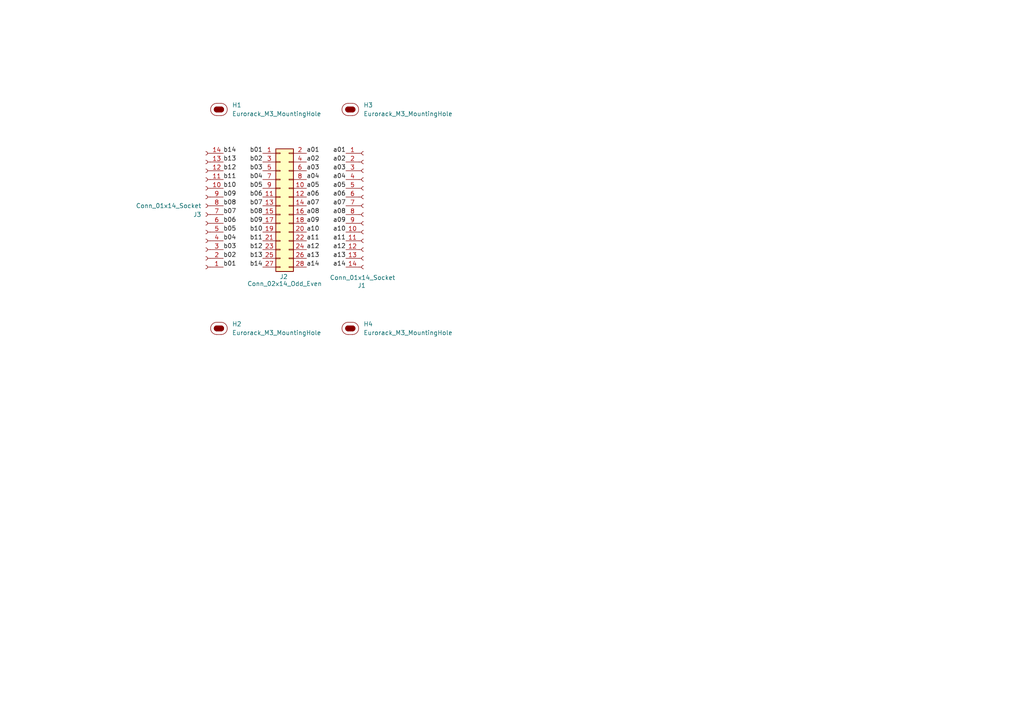
<source format=kicad_sch>
(kicad_sch (version 20231120) (generator "eeschema") (generator_version "8.0")
  (paper "A4")
  (lib_symbols
    (symbol "Connector:Conn_01x14_Socket" (pin_names (offset 1.016) hide)
      (property "Reference" "J" (at 0 17.78 0))
      (property "Value" "Conn_01x14_Socket" (at 0 -20.32 0))
      (symbol "Conn_01x14_Socket_1_1"
        (arc (start 0 -17.272) (mid -0.5058 -17.78) (end 0 -18.288) (stroke (width 0.1524)))
        (arc (start 0 -14.732) (mid -0.5058 -15.24) (end 0 -15.748) (stroke (width 0.1524)))
        (arc (start 0 -12.192) (mid -0.5058 -12.7) (end 0 -13.208) (stroke (width 0.1524)))
        (arc (start 0 -9.652) (mid -0.5058 -10.16) (end 0 -10.668) (stroke (width 0.1524)))
        (arc (start 0 -7.112) (mid -0.5058 -7.62) (end 0 -8.128) (stroke (width 0.1524)))
        (arc (start 0 -4.572) (mid -0.5058 -5.08) (end 0 -5.588) (stroke (width 0.1524)))
        (arc (start 0 -2.032) (mid -0.5058 -2.54) (end 0 -3.048) (stroke (width 0.1524)))
        (polyline (pts (xy -1.27 -17.78) (xy -0.508 -17.78)) (stroke (width 0.1524)))
        (polyline (pts (xy -1.27 -15.24) (xy -0.508 -15.24)) (stroke (width 0.1524)))
        (polyline (pts (xy -1.27 -12.7) (xy -0.508 -12.7)) (stroke (width 0.1524)))
        (polyline (pts (xy -1.27 -10.16) (xy -0.508 -10.16)) (stroke (width 0.1524)))
        (polyline (pts (xy -1.27 -7.62) (xy -0.508 -7.62)) (stroke (width 0.1524)))
        (polyline (pts (xy -1.27 -5.08) (xy -0.508 -5.08)) (stroke (width 0.1524)))
        (polyline (pts (xy -1.27 -2.54) (xy -0.508 -2.54)) (stroke (width 0.1524)))
        (polyline (pts (xy -1.27 0) (xy -0.508 0)) (stroke (width 0.1524)))
        (polyline (pts (xy -1.27 2.54) (xy -0.508 2.54)) (stroke (width 0.1524)))
        (polyline (pts (xy -1.27 5.08) (xy -0.508 5.08)) (stroke (width 0.1524)))
        (polyline (pts (xy -1.27 7.62) (xy -0.508 7.62)) (stroke (width 0.1524)))
        (polyline (pts (xy -1.27 10.16) (xy -0.508 10.16)) (stroke (width 0.1524)))
        (polyline (pts (xy -1.27 12.7) (xy -0.508 12.7)) (stroke (width 0.1524)))
        (polyline (pts (xy -1.27 15.24) (xy -0.508 15.24)) (stroke (width 0.1524)))
        (arc (start 0 0.508) (mid -0.5058 0) (end 0 -0.508) (stroke (width 0.1524)))
        (arc (start 0 3.048) (mid -0.5058 2.54) (end 0 2.032) (stroke (width 0.1524)))
        (arc (start 0 5.588) (mid -0.5058 5.08) (end 0 4.572) (stroke (width 0.1524)))
        (arc (start 0 8.128) (mid -0.5058 7.62) (end 0 7.112) (stroke (width 0.1524)))
        (arc (start 0 10.668) (mid -0.5058 10.16) (end 0 9.652) (stroke (width 0.1524)))
        (arc (start 0 13.208) (mid -0.5058 12.7) (end 0 12.192) (stroke (width 0.1524)))
        (arc (start 0 15.748) (mid -0.5058 15.24) (end 0 14.732) (stroke (width 0.1524)))
        (pin passive line (at -5.08 15.24 0) (length 3.81) (name "Pin_1") (number "1"))
        (pin passive line (at -5.08 -7.62 0) (length 3.81) (name "Pin_10") (number "10"))
        (pin passive line (at -5.08 -10.16 0) (length 3.81) (name "Pin_11") (number "11"))
        (pin passive line (at -5.08 -12.7 0) (length 3.81) (name "Pin_12") (number "12"))
        (pin passive line (at -5.08 -15.24 0) (length 3.81) (name "Pin_13") (number "13"))
        (pin passive line (at -5.08 -17.78 0) (length 3.81) (name "Pin_14") (number "14"))
        (pin passive line (at -5.08 12.7 0) (length 3.81) (name "Pin_2") (number "2"))
        (pin passive line (at -5.08 10.16 0) (length 3.81) (name "Pin_3") (number "3"))
        (pin passive line (at -5.08 7.62 0) (length 3.81) (name "Pin_4") (number "4"))
        (pin passive line (at -5.08 5.08 0) (length 3.81) (name "Pin_5") (number "5"))
        (pin passive line (at -5.08 2.54 0) (length 3.81) (name "Pin_6") (number "6"))
        (pin passive line (at -5.08 0 0) (length 3.81) (name "Pin_7") (number "7"))
        (pin passive line (at -5.08 -2.54 0) (length 3.81) (name "Pin_8") (number "8"))
        (pin passive line (at -5.08 -5.08 0) (length 3.81) (name "Pin_9") (number "9"))
      )
    )
    (symbol "Connector_Generic:Conn_02x14_Odd_Even" (pin_names (offset 1.016) hide)
      (property "Reference" "J" (at 1.27 17.78 0))
      (property "Value" "Conn_02x14_Odd_Even" (at 1.27 -20.32 0))
      (symbol "Conn_02x14_Odd_Even_1_1"
        (rectangle (start -1.27 -17.653) (end 0 -17.907) (stroke (width 0.1524)))
        (rectangle (start -1.27 -15.113) (end 0 -15.367) (stroke (width 0.1524)))
        (rectangle (start -1.27 -12.573) (end 0 -12.827) (stroke (width 0.1524)))
        (rectangle (start -1.27 -10.033) (end 0 -10.287) (stroke (width 0.1524)))
        (rectangle (start -1.27 -7.493) (end 0 -7.747) (stroke (width 0.1524)))
        (rectangle (start -1.27 -4.953) (end 0 -5.207) (stroke (width 0.1524)))
        (rectangle (start -1.27 -2.413) (end 0 -2.667) (stroke (width 0.1524)))
        (rectangle (start -1.27 0.127) (end 0 -0.127) (stroke (width 0.1524)))
        (rectangle (start -1.27 2.667) (end 0 2.413) (stroke (width 0.1524)))
        (rectangle (start -1.27 5.207) (end 0 4.953) (stroke (width 0.1524)))
        (rectangle (start -1.27 7.747) (end 0 7.493) (stroke (width 0.1524)))
        (rectangle (start -1.27 10.287) (end 0 10.033) (stroke (width 0.1524)))
        (rectangle (start -1.27 12.827) (end 0 12.573) (stroke (width 0.1524)))
        (rectangle (start -1.27 15.367) (end 0 15.113) (stroke (width 0.1524)))
        (rectangle (start -1.27 16.51) (end 3.81 -19.05) (stroke (width 0.254)) (fill (type background)))
        (rectangle (start 3.81 -17.653) (end 2.54 -17.907) (stroke (width 0.1524)))
        (rectangle (start 3.81 -15.113) (end 2.54 -15.367) (stroke (width 0.1524)))
        (rectangle (start 3.81 -12.573) (end 2.54 -12.827) (stroke (width 0.1524)))
        (rectangle (start 3.81 -10.033) (end 2.54 -10.287) (stroke (width 0.1524)))
        (rectangle (start 3.81 -7.493) (end 2.54 -7.747) (stroke (width 0.1524)))
        (rectangle (start 3.81 -4.953) (end 2.54 -5.207) (stroke (width 0.1524)))
        (rectangle (start 3.81 -2.413) (end 2.54 -2.667) (stroke (width 0.1524)))
        (rectangle (start 3.81 0.127) (end 2.54 -0.127) (stroke (width 0.1524)))
        (rectangle (start 3.81 2.667) (end 2.54 2.413) (stroke (width 0.1524)))
        (rectangle (start 3.81 5.207) (end 2.54 4.953) (stroke (width 0.1524)))
        (rectangle (start 3.81 7.747) (end 2.54 7.493) (stroke (width 0.1524)))
        (rectangle (start 3.81 10.287) (end 2.54 10.033) (stroke (width 0.1524)))
        (rectangle (start 3.81 12.827) (end 2.54 12.573) (stroke (width 0.1524)))
        (rectangle (start 3.81 15.367) (end 2.54 15.113) (stroke (width 0.1524)))
        (pin passive line (at -5.08 15.24 0) (length 3.81) (name "Pin_1") (number "1"))
        (pin passive line (at 7.62 5.08 180) (length 3.81) (name "Pin_10") (number "10"))
        (pin passive line (at -5.08 2.54 0) (length 3.81) (name "Pin_11") (number "11"))
        (pin passive line (at 7.62 2.54 180) (length 3.81) (name "Pin_12") (number "12"))
        (pin passive line (at -5.08 0 0) (length 3.81) (name "Pin_13") (number "13"))
        (pin passive line (at 7.62 0 180) (length 3.81) (name "Pin_14") (number "14"))
        (pin passive line (at -5.08 -2.54 0) (length 3.81) (name "Pin_15") (number "15"))
        (pin passive line (at 7.62 -2.54 180) (length 3.81) (name "Pin_16") (number "16"))
        (pin passive line (at -5.08 -5.08 0) (length 3.81) (name "Pin_17") (number "17"))
        (pin passive line (at 7.62 -5.08 180) (length 3.81) (name "Pin_18") (number "18"))
        (pin passive line (at -5.08 -7.62 0) (length 3.81) (name "Pin_19") (number "19"))
        (pin passive line (at 7.62 15.24 180) (length 3.81) (name "Pin_2") (number "2"))
        (pin passive line (at 7.62 -7.62 180) (length 3.81) (name "Pin_20") (number "20"))
        (pin passive line (at -5.08 -10.16 0) (length 3.81) (name "Pin_21") (number "21"))
        (pin passive line (at 7.62 -10.16 180) (length 3.81) (name "Pin_22") (number "22"))
        (pin passive line (at -5.08 -12.7 0) (length 3.81) (name "Pin_23") (number "23"))
        (pin passive line (at 7.62 -12.7 180) (length 3.81) (name "Pin_24") (number "24"))
        (pin passive line (at -5.08 -15.24 0) (length 3.81) (name "Pin_25") (number "25"))
        (pin passive line (at 7.62 -15.24 180) (length 3.81) (name "Pin_26") (number "26"))
        (pin passive line (at -5.08 -17.78 0) (length 3.81) (name "Pin_27") (number "27"))
        (pin passive line (at 7.62 -17.78 180) (length 3.81) (name "Pin_28") (number "28"))
        (pin passive line (at -5.08 12.7 0) (length 3.81) (name "Pin_3") (number "3"))
        (pin passive line (at 7.62 12.7 180) (length 3.81) (name "Pin_4") (number "4"))
        (pin passive line (at -5.08 10.16 0) (length 3.81) (name "Pin_5") (number "5"))
        (pin passive line (at 7.62 10.16 180) (length 3.81) (name "Pin_6") (number "6"))
        (pin passive line (at -5.08 7.62 0) (length 3.81) (name "Pin_7") (number "7"))
        (pin passive line (at 7.62 7.62 180) (length 3.81) (name "Pin_8") (number "8"))
        (pin passive line (at -5.08 5.08 0) (length 3.81) (name "Pin_9") (number "9"))
      )
    )
    (symbol "EXC:Eurorack_M3_MountingHole" (pin_names (offset 1.016)) (exclude_from_sim yes) (in_bom no)
      (property "Reference" "H" (at 0 5.08 0))
      (property "Value" "Eurorack_M3_MountingHole" (at 0 3.175 0))
      (symbol "Eurorack_M3_MountingHole_0_1"
        (circle (center -0.635 0) (radius 0.762) (fill (type outline)))
        (arc (start -0.635 0.762) (mid -1.397 0) (end -0.635 -0.762))
        (arc (start -0.635 1.778) (mid -2.413 0) (end -0.635 -1.778))
        (polyline (pts (xy -0.635 -1.778) (xy 0.635 -1.778)))
        (polyline (pts (xy -0.635 -0.762) (xy 0.635 -0.762)))
        (polyline (pts (xy -0.635 0.762) (xy 0.635 0.762)))
        (polyline (pts (xy 0.635 1.778) (xy -0.635 1.778)))
        (circle (center 0 0) (radius 0.762) (fill (type outline)))
        (arc (start 0.6141 -1.778) (mid 2.4131 0) (end 0.6141 1.778))
        (arc (start 0.6227 -0.762) (mid 1.3971 0) (end 0.6227 0.762))
        (circle (center 0.635 0) (radius 0.762) (fill (type outline)))
      )
    )
  )
  (label "b07" (at 64.77 62.23 0))
  (label "a07" (at 100.33 59.69 180))
  (label "b08" (at 76.2 62.23 180))
  (label "b13" (at 64.77 46.99 0))
  (label "a04" (at 88.9 52.07 0))
  (label "a04" (at 100.33 52.07 180))
  (label "b07" (at 76.2 59.69 180))
  (label "b11" (at 64.77 52.07 0))
  (label "b06" (at 76.2 57.15 180))
  (label "a09" (at 88.9 64.77 0))
  (label "a11" (at 100.33 69.85 180))
  (label "b02" (at 76.2 46.99 180))
  (label "a11" (at 88.9 69.85 0))
  (label "b05" (at 76.2 54.61 180))
  (label "b10" (at 64.77 54.61 0))
  (label "a05" (at 88.9 54.61 0))
  (label "b03" (at 64.77 72.39 0))
  (label "a03" (at 88.9 49.53 0))
  (label "b01" (at 64.77 77.47 0))
  (label "b10" (at 76.2 67.31 180))
  (label "b03" (at 76.2 49.53 180))
  (label "a08" (at 100.33 62.23 180))
  (label "b08" (at 64.77 59.69 0))
  (label "a14" (at 100.33 77.47 180))
  (label "a03" (at 100.33 49.53 180))
  (label "a07" (at 88.9 59.69 0))
  (label "a10" (at 88.9 67.31 0))
  (label "b14" (at 76.2 77.47 180))
  (label "b09" (at 64.77 57.15 0))
  (label "b04" (at 76.2 52.07 180))
  (label "b09" (at 76.2 64.77 180))
  (label "a02" (at 88.9 46.99 0))
  (label "a09" (at 100.33 64.77 180))
  (label "a13" (at 88.9 74.93 0))
  (label "a06" (at 88.9 57.15 0))
  (label "b12" (at 76.2 72.39 180))
  (label "a10" (at 100.33 67.31 180))
  (label "b14" (at 64.77 44.45 0))
  (label "b06" (at 64.77 64.77 0))
  (label "b12" (at 64.77 49.53 0))
  (label "a01" (at 88.9 44.45 0))
  (label "a01" (at 100.33 44.45 180))
  (label "a12" (at 88.9 72.39 0))
  (label "b01" (at 76.2 44.45 180))
  (label "b11" (at 76.2 69.85 180))
  (label "a13" (at 100.33 74.93 180))
  (label "a02" (at 100.33 46.99 180))
  (label "a14" (at 88.9 77.47 0))
  (label "a05" (at 100.33 54.61 180))
  (label "a06" (at 100.33 57.15 180))
  (label "b04" (at 64.77 69.85 0))
  (label "b13" (at 76.2 74.93 180))
  (label "b05" (at 64.77 67.31 0))
  (label "a08" (at 88.9 62.23 0))
  (label "a12" (at 100.33 72.39 180))
  (label "b02" (at 64.77 74.93 0))
  (symbol (lib_id "EXC:Eurorack_M3_MountingHole") (at 101.6 31.75 0) (unit 1) (exclude_from_sim yes) (in_bom no)
    (property "Reference" "H3" (at 105.41 30.4799 0) (effects (justify left)))
    (property "Value" "Eurorack_M3_MountingHole" (at 105.41 33.0199 0) (effects (justify left)))
    (property "Footprint" "EXC:MountingHole_3.2mm_M3" (effects (hide yes)))
    (property "Description" "Mounting Hole without connection" (effects (hide yes)))
  )
  (symbol (lib_id "Connector:Conn_01x14_Socket") (at 59.69 62.23 180) (unit 1)
    (property "Reference" "J3" (at 58.42 62.2301 0) (effects (justify left)))
    (property "Value" "Conn_01x14_Socket" (at 58.42 59.6901 0) (effects (justify left)))
    (property "Footprint" "Connector_PinSocket_2.54mm:PinSocket_1x14_P2.54mm_Vertical" (effects (hide yes)))
    (property "Description" "Generic connector, single row, 01x14, script generated" (effects (hide yes)))
  )
  (symbol (lib_id "EXC:Eurorack_M3_MountingHole") (at 101.6 95.25 0) (unit 1) (exclude_from_sim yes) (in_bom no)
    (property "Reference" "H4" (at 105.41 93.9799 0) (effects (justify left)))
    (property "Value" "Eurorack_M3_MountingHole" (at 105.41 96.5199 0) (effects (justify left)))
    (property "Footprint" "EXC:MountingHole_3.2mm_M3" (effects (hide yes)))
    (property "Description" "Mounting Hole without connection" (effects (hide yes)))
  )
  (symbol (lib_id "EXC:Eurorack_M3_MountingHole") (at 63.5 31.75 0) (unit 1) (exclude_from_sim yes) (in_bom no)
    (property "Reference" "H1" (at 67.31 30.4799 0) (effects (justify left)))
    (property "Value" "Eurorack_M3_MountingHole" (at 67.31 33.0199 0) (effects (justify left)))
    (property "Footprint" "EXC:MountingHole_3.2mm_M3" (effects (hide yes)))
    (property "Description" "Mounting Hole without connection" (effects (hide yes)))
  )
  (symbol (lib_id "EXC:Eurorack_M3_MountingHole") (at 63.5 95.25 0) (unit 1) (exclude_from_sim yes) (in_bom no)
    (property "Reference" "H2" (at 67.31 93.9799 0) (effects (justify left)))
    (property "Value" "Eurorack_M3_MountingHole" (at 67.31 96.5199 0) (effects (justify left)))
    (property "Footprint" "EXC:MountingHole_3.2mm_M3" (effects (hide yes)))
    (property "Description" "Mounting Hole without connection" (effects (hide yes)))
  )
  (symbol (lib_id "Connector_Generic:Conn_02x14_Odd_Even") (at 81.28 59.69 0) (unit 1)
    (property "Reference" "J2" (at 82.296 80.264 0))
    (property "Value" "Conn_02x14_Odd_Even" (at 82.55 82.296 0))
    (property "Footprint" "Connector_PinHeader_2.54mm:PinHeader_2x14_P2.54mm_Horizontal" (effects (hide yes)))
    (property "Description" "Generic connector, double row, 02x14, odd/even pin numbering scheme (row 1 odd numbers, row 2 even numbers), script generated (kicad-library-utils/schlib/autogen/connector/)" (effects (hide yes)))
  )
  (symbol (lib_id "Connector:Conn_01x14_Socket") (at 105.41 59.69 0) (unit 1)
    (property "Reference" "J1" (at 104.902 82.804 0))
    (property "Value" "Conn_01x14_Socket" (at 105.156 80.518 0))
    (property "Footprint" "Connector_PinSocket_2.54mm:PinSocket_1x14_P2.54mm_Vertical" (effects (hide yes)))
    (property "Description" "Generic connector, single row, 01x14, script generated" (effects (hide yes)))
  )
)
</source>
